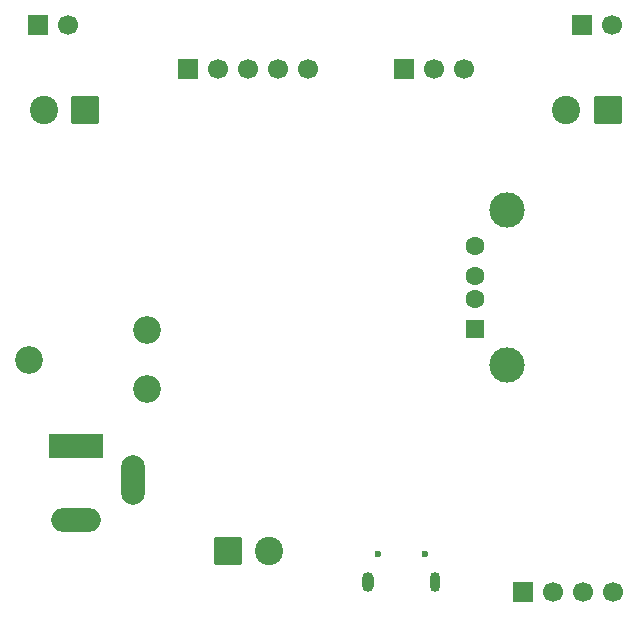
<source format=gbr>
%TF.GenerationSoftware,KiCad,Pcbnew,9.0.6-9.0.6~ubuntu22.04.1*%
%TF.CreationDate,2025-12-30T23:35:11+05:30*%
%TF.ProjectId,OverEngineered-PSU,4f766572-456e-4676-996e-65657265642d,rev?*%
%TF.SameCoordinates,Original*%
%TF.FileFunction,Soldermask,Bot*%
%TF.FilePolarity,Negative*%
%FSLAX46Y46*%
G04 Gerber Fmt 4.6, Leading zero omitted, Abs format (unit mm)*
G04 Created by KiCad (PCBNEW 9.0.6-9.0.6~ubuntu22.04.1) date 2025-12-30 23:35:11*
%MOMM*%
%LPD*%
G01*
G04 APERTURE LIST*
G04 Aperture macros list*
%AMRoundRect*
0 Rectangle with rounded corners*
0 $1 Rounding radius*
0 $2 $3 $4 $5 $6 $7 $8 $9 X,Y pos of 4 corners*
0 Add a 4 corners polygon primitive as box body*
4,1,4,$2,$3,$4,$5,$6,$7,$8,$9,$2,$3,0*
0 Add four circle primitives for the rounded corners*
1,1,$1+$1,$2,$3*
1,1,$1+$1,$4,$5*
1,1,$1+$1,$6,$7*
1,1,$1+$1,$8,$9*
0 Add four rect primitives between the rounded corners*
20,1,$1+$1,$2,$3,$4,$5,0*
20,1,$1+$1,$4,$5,$6,$7,0*
20,1,$1+$1,$6,$7,$8,$9,0*
20,1,$1+$1,$8,$9,$2,$3,0*%
G04 Aperture macros list end*
%ADD10R,1.700000X1.700000*%
%ADD11C,1.700000*%
%ADD12R,1.500000X1.600000*%
%ADD13C,1.600000*%
%ADD14C,3.000000*%
%ADD15RoundRect,0.250001X-0.949999X-0.949999X0.949999X-0.949999X0.949999X0.949999X-0.949999X0.949999X0*%
%ADD16C,2.400000*%
%ADD17C,0.600000*%
%ADD18O,1.000000X1.700000*%
%ADD19O,0.850000X1.700000*%
%ADD20RoundRect,0.250001X0.949999X0.949999X-0.949999X0.949999X-0.949999X-0.949999X0.949999X-0.949999X0*%
%ADD21C,2.340000*%
%ADD22R,4.600000X2.000000*%
%ADD23O,4.200000X2.000000*%
%ADD24O,2.000000X4.200000*%
G04 APERTURE END LIST*
D10*
%TO.C,J5*%
X135756667Y-81735000D03*
D11*
X138296667Y-81735000D03*
X140836667Y-81735000D03*
%TD*%
D12*
%TO.C,J4*%
X141760000Y-103750000D03*
D13*
X141760000Y-101250000D03*
X141760000Y-99250000D03*
X141760000Y-96750000D03*
D14*
X144470000Y-106820000D03*
X144470000Y-93680000D03*
%TD*%
D10*
%TO.C,J8*%
X145850000Y-126050000D03*
D11*
X148390000Y-126050000D03*
X150930000Y-126050000D03*
X153470000Y-126050000D03*
%TD*%
D15*
%TO.C,J3*%
X120841083Y-122585000D03*
D16*
X124341083Y-122585000D03*
%TD*%
D17*
%TO.C,J1*%
X133532167Y-122850000D03*
X137532167Y-122850000D03*
D18*
X132707167Y-125200000D03*
D19*
X138357167Y-125200000D03*
%TD*%
D20*
%TO.C,J6*%
X153000000Y-85250000D03*
D16*
X149500000Y-85250000D03*
%TD*%
D21*
%TO.C,RV1*%
X114000000Y-103850000D03*
X104000000Y-106350000D03*
X114000000Y-108850000D03*
%TD*%
D10*
%TO.C,J9*%
X117443333Y-81755000D03*
D11*
X119983333Y-81755000D03*
X122523333Y-81755000D03*
X125063333Y-81755000D03*
X127603333Y-81755000D03*
%TD*%
D20*
%TO.C,J10*%
X108750000Y-85250000D03*
D16*
X105250000Y-85250000D03*
%TD*%
D22*
%TO.C,J12*%
X108000000Y-113650000D03*
D23*
X108000000Y-119950000D03*
D24*
X112800000Y-116550000D03*
%TD*%
D10*
%TO.C,J7*%
X150800000Y-78000000D03*
D11*
X153340000Y-78000000D03*
%TD*%
D10*
%TO.C,J11*%
X104750000Y-78000000D03*
D11*
X107290000Y-78000000D03*
%TD*%
M02*

</source>
